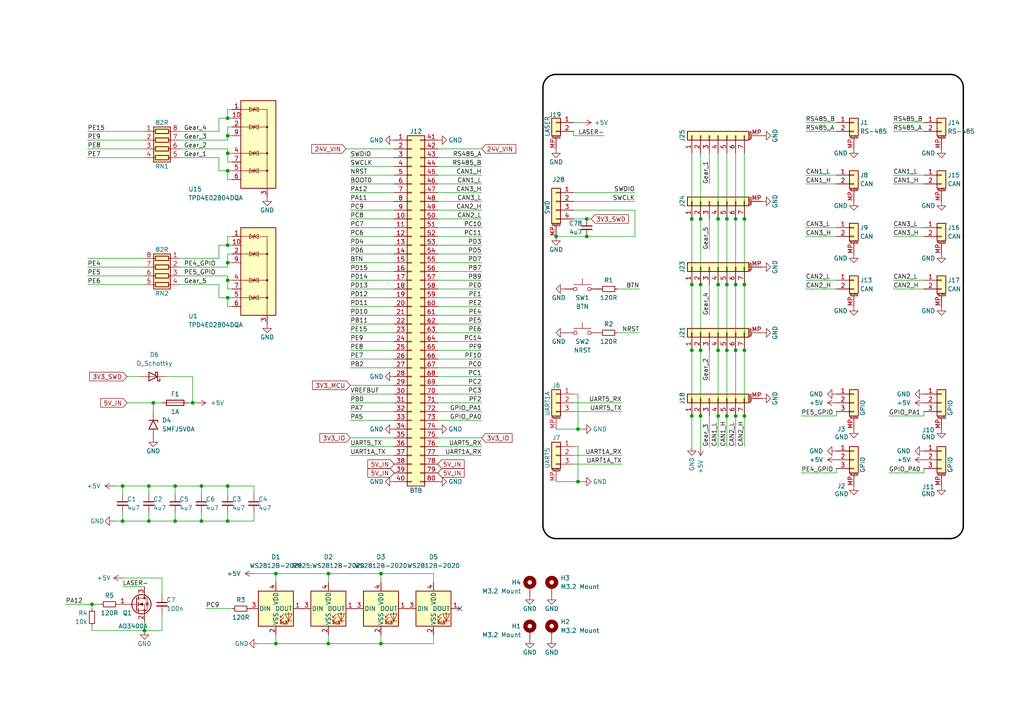
<source format=kicad_sch>
(kicad_sch (version 20231120) (generator "eeschema") (generator_version "8.0")
  (paper "A4")
  (junction (at 66.04 39.37))
  (junction (at 203.2 82.55))
  (junction (at 210.82 120.65))
  (junction (at 66.04 140.97))
  (junction (at 95.25 186.69))
  (junction (at 215.9 63.5))
  (junction (at 110.49 166.37))
  (junction (at 80.01 186.69))
  (junction (at 200.66 120.65))
  (junction (at 26.67 175.26))
  (junction (at 208.28 101.6))
  (junction (at 210.82 82.55))
  (junction (at 66.04 71.12))
  (junction (at 43.18 140.97))
  (junction (at 55.88 116.84))
  (junction (at 213.36 63.5))
  (junction (at 215.9 101.6))
  (junction (at 170.18 68.58))
  (junction (at 210.82 63.5))
  (junction (at 95.25 166.37))
  (junction (at 43.18 151.13))
  (junction (at 208.28 82.55))
  (junction (at 66.04 76.2))
  (junction (at 167.64 139.7))
  (junction (at 200.66 82.55))
  (junction (at 203.2 120.65))
  (junction (at 213.36 82.55))
  (junction (at 161.29 68.58))
  (junction (at 58.42 151.13))
  (junction (at 203.2 101.6))
  (junction (at 50.8 151.13))
  (junction (at 80.01 166.37))
  (junction (at 41.91 182.88))
  (junction (at 50.8 140.97))
  (junction (at 58.42 140.97))
  (junction (at 213.36 120.65))
  (junction (at 208.28 63.5))
  (junction (at 66.04 86.36))
  (junction (at 110.49 186.69))
  (junction (at 200.66 63.5))
  (junction (at 66.04 44.45))
  (junction (at 215.9 82.55))
  (junction (at 35.56 151.13))
  (junction (at 35.56 140.97))
  (junction (at 44.45 116.84))
  (junction (at 200.66 101.6))
  (junction (at 203.2 63.5))
  (junction (at 167.64 124.46))
  (junction (at 210.82 101.6))
  (junction (at 66.04 151.13))
  (junction (at 66.04 81.28))
  (junction (at 208.28 120.65))
  (junction (at 170.18 63.5))
  (junction (at 66.04 34.29))
  (junction (at 213.36 101.6))
  (junction (at 66.04 49.53))
  (junction (at 215.9 120.65))
  (no_connect (at 133.35 176.53))
  (wire (pts (xy 215.9 44.45) (xy 215.9 63.5)))
  (wire (pts (xy 203.2 120.65) (xy 203.2 101.6)))
  (wire (pts (xy 127 99.06) (xy 139.7 99.06)))
  (wire (pts (xy 139.7 50.8) (xy 127 50.8)))
  (wire (pts (xy 127 93.98) (xy 139.7 93.98)))
  (wire (pts (xy 101.6 114.3) (xy 114.3 114.3)))
  (wire (pts (xy 167.64 124.46) (xy 167.64 114.3)))
  (wire (pts (xy 66.04 34.29) (xy 67.31 34.29)))
  (wire (pts (xy 259.08 50.8) (xy 267.97 50.8)))
  (wire (pts (xy 259.08 66.04) (xy 267.97 66.04)))
  (wire (pts (xy 259.08 81.28) (xy 267.97 81.28)))
  (wire (pts (xy 25.4 45.72) (xy 41.91 45.72)))
  (wire (pts (xy 205.74 110.49) (xy 205.74 101.6)))
  (wire (pts (xy 66.04 77.47) (xy 66.04 76.2)))
  (wire (pts (xy 210.82 101.6) (xy 210.82 82.55)))
  (wire (pts (xy 25.4 80.01) (xy 41.91 80.01)))
  (wire (pts (xy 233.68 38.1) (xy 242.57 38.1)))
  (wire (pts (xy 205.74 91.44) (xy 205.74 82.55)))
  (wire (pts (xy 66.04 76.2) (xy 67.31 76.2)))
  (wire (pts (xy 175.26 39.37) (xy 166.37 39.37)))
  (wire (pts (xy 101.6 132.08) (xy 114.3 132.08)))
  (wire (pts (xy 171.45 63.5) (xy 170.18 63.5)))
  (wire (pts (xy 66.04 81.28) (xy 66.04 83.82)))
  (wire (pts (xy 101.6 111.76) (xy 114.3 111.76)))
  (wire (pts (xy 110.49 166.37) (xy 110.49 168.91)))
  (wire (pts (xy 139.7 58.42) (xy 127 58.42)))
  (wire (pts (xy 74.93 186.69) (xy 80.01 186.69)))
  (wire (pts (xy 66.04 140.97) (xy 73.66 140.97)))
  (wire (pts (xy 259.08 38.1) (xy 267.97 38.1)))
  (wire (pts (xy 101.6 101.6) (xy 114.3 101.6)))
  (wire (pts (xy 139.7 43.18) (xy 127 43.18)))
  (wire (pts (xy 36.83 109.22) (xy 40.64 109.22)))
  (wire (pts (xy 203.2 82.55) (xy 203.2 63.5)))
  (wire (pts (xy 139.7 76.2) (xy 127 76.2)))
  (wire (pts (xy 203.2 129.54) (xy 203.2 120.65)))
  (wire (pts (xy 26.67 175.26) (xy 26.67 176.53)))
  (wire (pts (xy 168.91 124.46) (xy 167.64 124.46)))
  (wire (pts (xy 25.4 77.47) (xy 41.91 77.47)))
  (wire (pts (xy 66.04 39.37) (xy 67.31 39.37)))
  (wire (pts (xy 213.36 44.45) (xy 213.36 63.5)))
  (wire (pts (xy 259.08 53.34) (xy 267.97 53.34)))
  (wire (pts (xy 215.9 120.65) (xy 215.9 101.6)))
  (wire (pts (xy 127 109.22) (xy 139.7 109.22)))
  (wire (pts (xy 210.82 120.65) (xy 210.82 101.6)))
  (wire (pts (xy 101.6 63.5) (xy 114.3 63.5)))
  (wire (pts (xy 50.8 148.59) (xy 50.8 151.13)))
  (wire (pts (xy 215.9 129.54) (xy 215.9 120.65)))
  (wire (pts (xy 127 83.82) (xy 139.7 83.82)))
  (wire (pts (xy 114.3 127) (xy 101.6 127)))
  (wire (pts (xy 52.07 80.01) (xy 66.04 80.01)))
  (wire (pts (xy 66.04 140.97) (xy 66.04 143.51)))
  (wire (pts (xy 205.74 129.54) (xy 205.74 120.65)))
  (wire (pts (xy 114.3 48.26) (xy 101.6 48.26)))
  (wire (pts (xy 208.28 101.6) (xy 208.28 82.55)))
  (wire (pts (xy 25.4 43.18) (xy 41.91 43.18)))
  (wire (pts (xy 58.42 140.97) (xy 66.04 140.97)))
  (wire (pts (xy 259.08 35.56) (xy 267.97 35.56)))
  (wire (pts (xy 101.6 60.96) (xy 114.3 60.96)))
  (wire (pts (xy 167.64 139.7) (xy 161.29 139.7)))
  (wire (pts (xy 52.07 82.55) (xy 63.5 82.55)))
  (wire (pts (xy 58.42 148.59) (xy 58.42 151.13)))
  (wire (pts (xy 52.07 38.1) (xy 63.5 38.1)))
  (wire (pts (xy 259.08 68.58) (xy 267.97 68.58)))
  (wire (pts (xy 168.91 35.56) (xy 166.37 35.56)))
  (wire (pts (xy 139.7 60.96) (xy 127 60.96)))
  (wire (pts (xy 101.6 55.88) (xy 114.3 55.88)))
  (wire (pts (xy 101.6 66.04) (xy 114.3 66.04)))
  (wire (pts (xy 200.66 44.45) (xy 200.66 63.5)))
  (wire (pts (xy 73.66 140.97) (xy 73.66 143.51)))
  (wire (pts (xy 127 101.6) (xy 139.7 101.6)))
  (wire (pts (xy 44.45 116.84) (xy 36.83 116.84)))
  (wire (pts (xy 35.56 140.97) (xy 35.56 143.51)))
  (wire (pts (xy 63.5 71.12) (xy 66.04 71.12)))
  (wire (pts (xy 180.34 119.38) (xy 166.37 119.38)))
  (wire (pts (xy 166.37 39.37) (xy 166.37 38.1)))
  (wire (pts (xy 139.7 68.58) (xy 127 68.58)))
  (wire (pts (xy 127 96.52) (xy 139.7 96.52)))
  (wire (pts (xy 95.25 166.37) (xy 95.25 168.91)))
  (wire (pts (xy 101.6 116.84) (xy 114.3 116.84)))
  (polyline (pts (xy 279.4 25.4) (xy 279.4 152.4)) (stroke (width 0.4) (color 0 0 0 1)))
  (wire (pts (xy 46.99 167.64) (xy 46.99 172.72)))
  (wire (pts (xy 66.04 68.58) (xy 66.04 71.12)))
  (wire (pts (xy 167.64 124.46) (xy 161.29 124.46)))
  (wire (pts (xy 185.42 83.82) (xy 179.07 83.82)))
  (wire (pts (xy 43.18 140.97) (xy 43.18 143.51)))
  (wire (pts (xy 100.33 43.18) (xy 114.3 43.18)))
  (wire (pts (xy 168.91 139.7) (xy 167.64 139.7)))
  (wire (pts (xy 41.91 170.18) (xy 35.56 170.18)))
  (wire (pts (xy 63.5 34.29) (xy 66.04 34.29)))
  (wire (pts (xy 66.04 52.07) (xy 67.31 52.07)))
  (wire (pts (xy 200.66 101.6) (xy 200.66 82.55)))
  (wire (pts (xy 35.56 151.13) (xy 43.18 151.13)))
  (wire (pts (xy 127 81.28) (xy 139.7 81.28)))
  (wire (pts (xy 114.3 45.72) (xy 101.6 45.72)))
  (wire (pts (xy 127 121.92) (xy 139.7 121.92)))
  (wire (pts (xy 127 119.38) (xy 139.7 119.38)))
  (wire (pts (xy 139.7 66.04) (xy 127 66.04)))
  (wire (pts (xy 26.67 182.88) (xy 41.91 182.88)))
  (wire (pts (xy 52.07 45.72) (xy 63.5 45.72)))
  (wire (pts (xy 200.66 120.65) (xy 200.66 101.6)))
  (wire (pts (xy 66.04 36.83) (xy 66.04 39.37)))
  (wire (pts (xy 259.08 83.82) (xy 267.97 83.82)))
  (wire (pts (xy 257.81 137.16) (xy 267.97 137.16)))
  (wire (pts (xy 66.04 43.18) (xy 66.04 44.45)))
  (wire (pts (xy 25.4 40.64) (xy 41.91 40.64)))
  (wire (pts (xy 233.68 35.56) (xy 242.57 35.56)))
  (wire (pts (xy 50.8 140.97) (xy 58.42 140.97)))
  (wire (pts (xy 44.45 116.84) (xy 44.45 119.38)))
  (wire (pts (xy 213.36 120.65) (xy 213.36 101.6)))
  (wire (pts (xy 58.42 140.97) (xy 58.42 143.51)))
  (wire (pts (xy 257.81 120.65) (xy 267.97 120.65)))
  (wire (pts (xy 66.04 86.36) (xy 66.04 88.9)))
  (wire (pts (xy 242.57 120.65) (xy 242.57 119.38)))
  (wire (pts (xy 25.4 74.93) (xy 41.91 74.93)))
  (wire (pts (xy 267.97 137.16) (xy 267.97 135.89)))
  (wire (pts (xy 41.91 180.34) (xy 41.91 182.88)))
  (polyline (pts (xy 161.29 21.59) (xy 275.59 21.59)) (stroke (width 0.4) (color 0 0 0 1)))
  (wire (pts (xy 208.28 82.55) (xy 208.28 63.5)))
  (wire (pts (xy 205.74 72.39) (xy 205.74 63.5)))
  (wire (pts (xy 67.31 36.83) (xy 66.04 36.83)))
  (wire (pts (xy 210.82 82.55) (xy 210.82 63.5)))
  (wire (pts (xy 101.6 88.9) (xy 114.3 88.9)))
  (wire (pts (xy 66.04 83.82) (xy 67.31 83.82)))
  (wire (pts (xy 184.15 58.42) (xy 166.37 58.42)))
  (wire (pts (xy 67.31 68.58) (xy 66.04 68.58)))
  (wire (pts (xy 233.68 68.58) (xy 242.57 68.58)))
  (wire (pts (xy 110.49 184.15) (xy 110.49 186.69)))
  (wire (pts (xy 233.68 66.04) (xy 242.57 66.04)))
  (wire (pts (xy 139.7 48.26) (xy 127 48.26)))
  (wire (pts (xy 139.7 45.72) (xy 127 45.72)))
  (wire (pts (xy 95.25 184.15) (xy 95.25 186.69)))
  (polyline (pts (xy 157.48 25.4) (xy 157.48 152.4)) (stroke (width 0.4) (color 0 0 0 1)))
  (wire (pts (xy 41.91 182.88) (xy 46.99 182.88)))
  (wire (pts (xy 242.57 137.16) (xy 242.57 135.89)))
  (wire (pts (xy 59.69 176.53) (xy 67.31 176.53)))
  (wire (pts (xy 63.5 86.36) (xy 66.04 86.36)))
  (wire (pts (xy 43.18 140.97) (xy 50.8 140.97)))
  (wire (pts (xy 127 104.14) (xy 139.7 104.14)))
  (wire (pts (xy 139.7 129.54) (xy 127 129.54)))
  (wire (pts (xy 139.7 127) (xy 127 127)))
  (wire (pts (xy 139.7 53.34) (xy 127 53.34)))
  (wire (pts (xy 26.67 181.61) (xy 26.67 182.88)))
  (wire (pts (xy 127 114.3) (xy 139.7 114.3)))
  (wire (pts (xy 139.7 63.5) (xy 127 63.5)))
  (wire (pts (xy 52.07 40.64) (xy 66.04 40.64)))
  (wire (pts (xy 215.9 82.55) (xy 215.9 63.5)))
  (wire (pts (xy 208.28 120.65) (xy 208.28 101.6)))
  (wire (pts (xy 125.73 166.37) (xy 125.73 168.91)))
  (wire (pts (xy 205.74 53.34) (xy 205.74 44.45)))
  (wire (pts (xy 66.04 148.59) (xy 66.04 151.13)))
  (wire (pts (xy 125.73 186.69) (xy 125.73 184.15)))
  (wire (pts (xy 101.6 83.82) (xy 114.3 83.82)))
  (wire (pts (xy 80.01 166.37) (xy 80.01 168.91)))
  (wire (pts (xy 101.6 50.8) (xy 114.3 50.8)))
  (wire (pts (xy 167.64 139.7) (xy 167.64 129.54)))
  (wire (pts (xy 170.18 63.5) (xy 166.37 63.5)))
  (wire (pts (xy 67.31 31.75) (xy 66.04 31.75)))
  (wire (pts (xy 185.42 96.52) (xy 179.07 96.52)))
  (wire (pts (xy 48.26 109.22) (xy 55.88 109.22)))
  (wire (pts (xy 63.5 45.72) (xy 63.5 49.53)))
  (wire (pts (xy 213.36 82.55) (xy 213.36 63.5)))
  (wire (pts (xy 127 88.9) (xy 139.7 88.9)))
  (wire (pts (xy 46.99 177.8) (xy 46.99 182.88)))
  (wire (pts (xy 215.9 101.6) (xy 215.9 82.55)))
  (wire (pts (xy 101.6 53.34) (xy 114.3 53.34)))
  (wire (pts (xy 127 132.08) (xy 139.7 132.08)))
  (wire (pts (xy 80.01 166.37) (xy 95.25 166.37)))
  (wire (pts (xy 208.28 44.45) (xy 208.28 63.5)))
  (wire (pts (xy 101.6 106.68) (xy 114.3 106.68)))
  (wire (pts (xy 67.31 44.45) (xy 66.04 44.45)))
  (wire (pts (xy 200.66 82.55) (xy 200.66 63.5)))
  (wire (pts (xy 101.6 71.12) (xy 114.3 71.12)))
  (wire (pts (xy 110.49 166.37) (xy 125.73 166.37)))
  (wire (pts (xy 210.82 44.45) (xy 210.82 63.5)))
  (wire (pts (xy 33.02 140.97) (xy 35.56 140.97)))
  (wire (pts (xy 267.97 120.65) (xy 267.97 119.38)))
  (wire (pts (xy 52.07 74.93) (xy 63.5 74.93)))
  (wire (pts (xy 110.49 186.69) (xy 125.73 186.69)))
  (wire (pts (xy 95.25 166.37) (xy 110.49 166.37)))
  (wire (pts (xy 35.56 167.64) (xy 46.99 167.64)))
  (wire (pts (xy 180.34 116.84) (xy 166.37 116.84)))
  (wire (pts (xy 66.04 80.01) (xy 66.04 81.28)))
  (wire (pts (xy 52.07 43.18) (xy 66.04 43.18)))
  (wire (pts (xy 63.5 82.55) (xy 63.5 86.36)))
  (wire (pts (xy 170.18 68.58) (xy 161.29 68.58)))
  (wire (pts (xy 203.2 101.6) (xy 203.2 82.55)))
  (wire (pts (xy 101.6 91.44) (xy 114.3 91.44)))
  (wire (pts (xy 127 116.84) (xy 139.7 116.84)))
  (wire (pts (xy 33.02 151.13) (xy 35.56 151.13)))
  (wire (pts (xy 63.5 49.53) (xy 66.04 49.53)))
  (wire (pts (xy 213.36 101.6) (xy 213.36 82.55)))
  (wire (pts (xy 55.88 116.84) (xy 54.61 116.84)))
  (wire (pts (xy 66.04 40.64) (xy 66.04 39.37)))
  (wire (pts (xy 101.6 119.38) (xy 114.3 119.38)))
  (wire (pts (xy 127 91.44) (xy 139.7 91.44)))
  (wire (pts (xy 232.41 120.65) (xy 242.57 120.65)))
  (wire (pts (xy 66.04 31.75) (xy 66.04 34.29)))
  (wire (pts (xy 233.68 83.82) (xy 242.57 83.82)))
  (wire (pts (xy 66.04 46.99) (xy 67.31 46.99)))
  (wire (pts (xy 139.7 55.88) (xy 127 55.88)))
  (wire (pts (xy 67.31 81.28) (xy 66.04 81.28)))
  (wire (pts (xy 167.64 114.3) (xy 166.37 114.3)))
  (wire (pts (xy 233.68 50.8) (xy 242.57 50.8)))
  (wire (pts (xy 101.6 76.2) (xy 114.3 76.2)))
  (wire (pts (xy 127 86.36) (xy 139.7 86.36)))
  (polyline (pts (xy 161.29 156.21) (xy 275.59 156.21)) (stroke (width 0.4) (color 0 0 0 1)))
  (wire (pts (xy 25.4 82.55) (xy 41.91 82.55)))
  (wire (pts (xy 19.05 175.26) (xy 26.67 175.26)))
  (wire (pts (xy 66.04 44.45) (xy 66.04 46.99)))
  (wire (pts (xy 101.6 58.42) (xy 114.3 58.42)))
  (wire (pts (xy 184.15 68.58) (xy 170.18 68.58)))
  (wire (pts (xy 200.66 129.54) (xy 200.66 120.65)))
  (wire (pts (xy 166.37 60.96) (xy 184.15 60.96)))
  (wire (pts (xy 66.04 49.53) (xy 66.04 52.07)))
  (wire (pts (xy 180.34 134.62) (xy 166.37 134.62)))
  (wire (pts (xy 233.68 81.28) (xy 242.57 81.28)))
  (wire (pts (xy 101.6 78.74) (xy 114.3 78.74)))
  (wire (pts (xy 80.01 186.69) (xy 95.25 186.69)))
  (wire (pts (xy 63.5 74.93) (xy 63.5 71.12)))
  (wire (pts (xy 213.36 129.54) (xy 213.36 120.65)))
  (wire (pts (xy 66.04 73.66) (xy 66.04 76.2)))
  (wire (pts (xy 67.31 49.53) (xy 66.04 49.53)))
  (wire (pts (xy 167.64 129.54) (xy 166.37 129.54)))
  (wire (pts (xy 58.42 151.13) (xy 66.04 151.13)))
  (wire (pts (xy 43.18 148.59) (xy 43.18 151.13)))
  (wire (pts (xy 101.6 93.98) (xy 114.3 93.98)))
  (wire (pts (xy 233.68 53.34) (xy 242.57 53.34)))
  (wire (pts (xy 184.15 55.88) (xy 166.37 55.88)))
  (wire (pts (xy 127 111.76) (xy 139.7 111.76)))
  (wire (pts (xy 208.28 129.54) (xy 208.28 120.65)))
  (wire (pts (xy 25.4 38.1) (xy 41.91 38.1)))
  (wire (pts (xy 67.31 73.66) (xy 66.04 73.66)))
  (wire (pts (xy 127 106.68) (xy 139.7 106.68)))
  (wire (pts (xy 50.8 140.97) (xy 50.8 143.51)))
  (wire (pts (xy 101.6 81.28) (xy 114.3 81.28)))
  (wire (pts (xy 210.82 129.54) (xy 210.82 120.65)))
  (wire (pts (xy 66.04 88.9) (xy 67.31 88.9)))
  (wire (pts (xy 114.3 129.54) (xy 101.6 129.54)))
  (wire (pts (xy 66.04 151.13) (xy 73.66 151.13)))
  (wire (pts (xy 80.01 184.15) (xy 80.01 186.69)))
  (wire (pts (xy 180.34 132.08) (xy 166.37 132.08)))
  (wire (pts (xy 101.6 73.66) (xy 114.3 73.66)))
  (wire (pts (xy 66.04 71.12) (xy 67.31 71.12)))
  (wire (pts (xy 101.6 104.14) (xy 114.3 104.14)))
  (wire (pts (xy 35.56 148.59) (xy 35.56 151.13)))
  (wire (pts (xy 55.88 109.22) (xy 55.88 116.84)))
  (wire (pts (xy 101.6 96.52) (xy 114.3 96.52)))
  (wire (pts (xy 46.99 116.84) (xy 44.45 116.84)))
  (wire (pts (xy 43.18 151.13) (xy 50.8 151.13)))
  (wire (pts (xy 57.15 116.84) (xy 55.88 116.84)))
  (wire (pts (xy 232.41 137.16) (xy 242.57 137.16)))
  (wire (pts (xy 101.6 86.36) (xy 114.3 86.36)))
  (wire (pts (xy 63.5 38.1) (xy 63.5 34.29)))
  (wire (pts (xy 95.25 186.69) (xy 110.49 186.69)))
  (wire (pts (xy 67.31 86.36) (xy 66.04 86.36)))
  (wire (pts (xy 139.7 71.12) (xy 127 71.12)))
  (wire (pts (xy 73.66 166.37) (xy 80.01 166.37)))
  (wire (pts (xy 139.7 73.66) (xy 127 73.66)))
  (wire (pts (xy 184.15 60.96) (xy 184.15 68.58)))
  (wire (pts (xy 35.56 140.97) (xy 43.18 140.97)))
  (wire (pts (xy 101.6 99.06) (xy 114.3 99.06)))
  (wire (pts (xy 26.67 175.26) (xy 29.21 175.26)))
  (wire (pts (xy 73.66 148.59) (xy 73.66 151.13)))
  (wire (pts (xy 101.6 68.58) (xy 114.3 68.58)))
  (wire (pts (xy 203.2 44.45) (xy 203.2 63.5)))
  (wire (pts (xy 127 78.74) (xy 139.7 78.74)))
  (wire (pts (xy 50.8 151.13) (xy 58.42 151.13)))
  (wire (pts (xy 52.07 77.47) (xy 66.04 77.47)))
  (wire (pts (xy 101.6 121.92) (xy 114.3 121.92)))
  (arc (start 275.6 21.58) (mid 278.2912 22.6988) (end 279.41 25.39) (stroke (width 0.4) (color 0 0 0 1)))
  (arc (start 279.41 152.41) (mid 278.2912 155.1012) (end 275.6 156.22) (stroke (width 0.4) (color 0 0 0 1)))
  (arc (start 157.47 25.39) (mid 158.5888 22.6988) (end 161.28 21.58) (stroke (width 0.4) (color 0 0 0 1)))
  (arc (start 161.29 156.21) (mid 158.5988 155.0912) (end 157.48 152.4) (stroke (width 0.4) (color 0 0 0 1)))
  (label "LASER-" (at 175.26 39.37 180))
  (label "PE15" (at 101.6 96.52 0))
  (label "PE5" (at 139.7 93.98 180))
  (label "PA5" (at 101.6 121.92 0))
  (label "PE7" (at 25.4 45.72 0))
  (label "VREFBUF" (at 101.6 114.3 0))
  (label "CAN2_H" (at 215.9 129.54 90))
  (label "CAN2_H" (at 139.7 60.96 180))
  (label "PB0" (at 101.6 116.84 0))
  (label "NRST" (at 101.6 50.8 0))
  (label "PC2" (at 139.7 111.76 180))
  (label "PC9" (at 59.69 176.53 0))
  (label "PE5" (at 25.4 80.01 0))
  (label "PE5_GPIO" (at 232.41 120.65 0))
  (label "Gear_4" (at 205.74 91.44 90))
  (label "PE7" (at 101.6 104.14 0))
  (label "PA12" (at 101.6 55.88 0))
  (label "CAN1_L" (at 233.68 50.8 0))
  (label "Gear_2" (at 205.74 110.49 90))
  (label "LASER-" (at 35.56 170.18 0))
  (label "SWDIO" (at 184.15 55.88 180))
  (label "CAN1_H" (at 139.7 50.8 180))
  (label "PE1" (at 139.7 86.36 180))
  (label "PE4" (at 25.4 77.47 0))
  (label "PE4_GPIO" (at 232.41 137.16 0))
  (label "PA11" (at 101.6 58.42 0))
  (label "CAN1_L" (at 139.7 53.34 180))
  (label "CAN2_H" (at 259.08 83.82 0))
  (label "PD7" (at 139.7 76.2 180))
  (label "PC6" (at 101.6 68.58 0))
  (label "PE2" (at 139.7 88.9 180))
  (label "RS485_A" (at 233.68 38.1 0))
  (label "PA7" (at 101.6 119.38 0))
  (label "PE15" (at 25.4 38.1 0))
  (label "PC0" (at 139.7 106.68 180))
  (label "PE8" (at 101.6 101.6 0))
  (label "Gear_5" (at 53.34 82.55 0))
  (label "BOOT0" (at 101.6 53.34 0))
  (label "UART1A_TX" (at 101.6 132.08 0))
  (label "CAN3_H" (at 139.7 55.88 180))
  (label "GPIO_PA0" (at 139.7 121.92 180))
  (label "UART1A_TX" (at 180.34 134.62 180))
  (label "UART5_TX" (at 180.34 119.38 180))
  (label "CAN1_H" (at 210.82 129.54 90))
  (label "BTN" (at 185.42 83.82 180))
  (label "PC3" (at 139.7 114.3 180))
  (label "PD15" (at 101.6 78.74 0))
  (label "PF10" (at 139.7 104.14 180))
  (label "GPIO_PA0" (at 257.81 137.16 0))
  (label "PD5" (at 139.7 73.66 180))
  (label "PD13" (at 1200.15 129.54 0))
  (label "RS485_B" (at 139.7 48.26 180))
  (label "RS485_B" (at 233.68 35.56 0))
  (label "CAN1_H" (at 233.68 53.34 0))
  (label "CAN3_H" (at 233.68 68.58 0))
  (label "Gear_5" (at 205.74 72.39 90))
  (label "Gear_4" (at 53.34 38.1 0))
  (label "PE4_GPIO" (at 53.34 77.47 0))
  (label "PE4" (at 139.7 91.44 180))
  (label "CAN3_L" (at 139.7 58.42 180))
  (label "UART5_TX" (at 101.6 129.54 0))
  (label "UART5_RX" (at 180.34 116.84 180))
  (label "UART5_RX" (at 139.7 129.54 180))
  (label "PC8" (at 101.6 63.5 0))
  (label "CAN2_L" (at 213.36 129.54 90))
  (label "GPIO_PA1" (at 257.81 120.65 0))
  (label "CAN2_H" (at 233.68 83.82 0))
  (label "RS485_A" (at 139.7 45.72 180))
  (label "PB7" (at 139.7 78.74 180))
  (label "RS485_B" (at 259.08 35.56 0))
  (label "PD11" (at 101.6 88.9 0))
  (label "PD6" (at 101.6 73.66 0))
  (label "PB11" (at 101.6 93.98 0))
  (label "NRST" (at 185.42 96.52 180))
  (label "PC14" (at 139.7 99.06 180))
  (label "CAN1_H" (at 259.08 53.34 0))
  (label "PB9" (at 139.7 81.28 180))
  (label "PE6" (at 25.4 82.55 0))
  (label "PD10" (at 101.6 91.44 0))
  (label "CAN3_H" (at 259.08 68.58 0))
  (label "BTN" (at 101.6 76.2 0))
  (label "PC1" (at 139.7 109.22 180))
  (label "PD3" (at 139.7 71.12 180))
  (label "PE5_GPIO" (at 53.34 80.01 0))
  (label "CAN1_L" (at 208.28 129.54 90))
  (label "CAN2_L" (at 233.68 81.28 0))
  (label "Gear_3" (at 205.74 129.54 90))
  (label "PA12" (at 19.05 175.26 0))
  (label "Gear_1" (at 205.74 53.34 90))
  (label "PC7" (at 101.6 66.04 0))
  (label "PF9" (at 139.7 101.6 180))
  (label "PC9" (at 101.6 60.96 0))
  (label "CAN1_L" (at 259.08 50.8 0))
  (label "CAN3_L" (at 259.08 66.04 0))
  (label "PE8" (at 25.4 43.18 0))
  (label "GPIO_PA1" (at 139.7 119.38 180))
  (label "PD13" (at 101.6 83.82 0))
  (label "RS485_A" (at 259.08 38.1 0))
  (label "PE9" (at 25.4 40.64 0))
  (label "UART1A_RX" (at 139.7 132.08 180))
  (label "PC11" (at 139.7 68.58 180))
  (label "SWCLK" (at 184.15 58.42 180))
  (label "PD4" (at 101.6 71.12 0))
  (label "PD12" (at 101.6 86.36 0))
  (label "Gear_1" (at 53.34 45.72 0))
  (label "PE6" (at 139.7 96.52 180))
  (label "Gear_3" (at 53.34 40.64 0))
  (label "CAN2_L" (at 259.08 81.28 0))
  (label "PE9" (at 101.6 99.06 0))
  (label "Gear_2" (at 53.34 43.18 0))
  (label "SWCLK" (at 101.6 48.26 0))
  (label "CAN3_L" (at 233.68 66.04 0))
  (label "PF2" (at 139.7 116.84 180))
  (label "CAN2_L" (at 139.7 63.5 180))
  (label "SWDIO" (at 101.6 45.72 0))
  (label "PD14" (at 101.6 81.28 0))
  (label "UART1A_RX" (at 180.34 132.08 180))
  (label "PE0" (at 139.7 83.82 180))
  (label "PC10" (at 139.7 66.04 180))
  (label "PB2" (at 101.6 106.68 0))
  (global_label "3V3_SWD" (shape input) (at 36.83 109.22 180) (property "Intersheetrefs" "${INTERSHEET_REFS}" (effects (hide yes))))
  (global_label "3V3_IO" (shape input) (at 101.6 127 180) (property "Intersheetrefs" "${INTERSHEET_REFS}" (effects (hide yes))))
  (global_label "5V_IN" (shape input) (at 114.3 137.16 180) (property "Intersheetrefs" "${INTERSHEET_REFS}" (effects (hide yes))))
  (global_label "24V_VIN" (shape input) (at 139.7 43.18 0) (property "Intersheetrefs" "${INTERSHEET_REFS}" (effects (hide yes))))
  (global_label "3V3_MCU" (shape input) (at 101.6 111.76 180) (property "Intersheetrefs" "${INTERSHEET_REFS}" (effects (hide yes))))
  (global_label "3V3_SWD" (shape input) (at 171.45 63.5 0) (property "Intersheetrefs" "${INTERSHEET_REFS}" (effects (hide yes))))
  (global_label "5V_IN" (shape input) (at 127 137.16 0) (property "Intersheetrefs" "${INTERSHEET_REFS}" (effects (hide yes))))
  (global_label "3V3_IO" (shape input) (at 139.7 127 0) (property "Intersheetrefs" "${INTERSHEET_REFS}" (effects (hide yes))))
  (global_label "24V_VIN" (shape input) (at 100.33 43.18 180) (property "Intersheetrefs" "${INTERSHEET_REFS}" (effects (hide yes))))
  (global_label "5V_IN" (shape input) (at 36.83 116.84 180) (property "Intersheetrefs" "${INTERSHEET_REFS}" (effects (hide yes))))
  (global_label "5V_IN" (shape input) (at 114.3 134.62 180) (property "Intersheetrefs" "${INTERSHEET_REFS}" (effects (hide yes))))
  (global_label "5V_IN" (shape input) (at 127 134.62 0) (property "Intersheetrefs" "${INTERSHEET_REFS}" (effects (hide yes))))
  (symbol (lib_id "power:GND") (at 114.3 139.7 270) (unit 1)
    (property "Reference" "#PWR075" (effects (hide yes)))
    (property "Value" "GND" (at 109.22 139.7 90))
  )
  (symbol (lib_id "Device:C_Small") (at 35.56 146.05 0) (unit 1)
    (property "Reference" "C1" (at 36.83 144.78 0) (effects (justify left)))
    (property "Value" "4u7" (at 36.83 147.32 0) (effects (justify left)))
    (property "Footprint" "Capacitor_SMD:C_0603_1608Metric" (effects (hide yes)))
  )
  (symbol (lib_id "Device:C_Small") (at 43.18 146.05 0) (unit 1)
    (property "Reference" "C2" (at 44.45 144.78 0) (effects (justify left)))
    (property "Value" "4u7" (at 44.45 147.32 0) (effects (justify left)))
    (property "Footprint" "Capacitor_SMD:C_0603_1608Metric" (effects (hide yes)))
  )
  (symbol (lib_id "Connector_Generic_MountingPin:Conn_01x02_MountingPin") (at 247.65 50.8 0) (unit 1)
    (property "Reference" "J8" (at 249.428 50.8 0) (effects (justify left)))
    (property "Value" "CAN" (at 249.428 53.34 0) (effects (justify left)))
    (property "Footprint" "Connector_JST:JST_GH_BM02B-GHS-TBT_1x02-1MP_P1.25mm_Vertical" (effects (hide yes)))
  )
  (symbol (lib_id "power:GND") (at 242.57 114.3 270) (unit 1)
    (property "Reference" "#PWR029" (effects (hide yes)))
    (property "Value" "GND" (at 238.76 114.3 90) (effects (justify right)))
  )
  (symbol (lib_id "Mechanical:MountingHole_Pad") (at 153.67 170.18 0) (mirror y) (unit 1) (exclude_from_sim yes) (in_bom no)
    (property "Reference" "H4" (at 151.13 168.91 0) (effects (justify left)))
    (property "Value" "M3.2 Mount" (at 151.13 171.45 0) (effects (justify left)))
    (property "Footprint" "MountingHole:MountingHole_3.2mm_M3_DIN965_Pad" (effects (hide yes)))
    (property "Description" "Mounting Hole with connection" (effects (hide yes)))
  )
  (symbol (lib_id "Diode:SMAJ24A") (at 44.45 123.19 270) (unit 1)
    (property "Reference" "D4" (at 46.99 121.9199 90) (effects (justify left)))
    (property "Value" "SMFJ5V0A" (at 46.99 124.4599 90) (effects (justify left)))
    (property "Footprint" "Diode_SMD:D_SMF" (effects (hide yes)))
    (property "Datasheet" "https://www.littelfuse.com/media?resourcetype=datasheets&itemid=75e32973-b177-4ee3-a0ff-cedaf1abdb93&filename=smaj-datasheet" (effects (hide yes)))
    (property "Description" "400W unidirectional Transient Voltage Suppressor, 24.0Vr, SMA(DO-214AC)" (effects (hide yes)))
  )
  (symbol (lib_id "power:GND") (at 273.05 73.66 0) (unit 1)
    (property "Reference" "#PWR07" (effects (hide yes)))
    (property "Value" "GND" (at 269.24 74.93 0))
  )
  (symbol (lib_id "power:GND") (at 273.05 58.42 0) (unit 1)
    (property "Reference" "#PWR06" (effects (hide yes)))
    (property "Value" "GND" (at 269.24 59.69 0))
  )
  (symbol (lib_id "Device:R_Pack04") (at 46.99 43.18 270) (unit 1)
    (property "Reference" "RN1" (at 46.99 48.26 90))
    (property "Value" "82R" (at 46.99 35.56 90))
    (property "Footprint" "Resistor_SMD:R_Array_Concave_4x0603" (effects (hide yes)))
  )
  (symbol (lib_id "power:GND") (at 247.65 88.9 0) (unit 1)
    (property "Reference" "#PWR04" (effects (hide yes)))
    (property "Value" "GND" (at 243.84 90.17 0))
  )
  (symbol (lib_id "power:+5V") (at 73.66 166.37 90) (unit 1)
    (property "Reference" "#PWR015" (effects (hide yes)))
    (property "Value" "+5V" (at 69.85 166.37 90) (effects (justify left)))
  )
  (symbol (lib_id "LED:WS2812B-2020") (at 125.73 176.53 0) (unit 1)
    (property "Reference" "D5" (at 125.73 161.544 0))
    (property "Value" "WS2812B-2020" (at 125.73 164.084 0))
    (property "Footprint" "RM25:WS2812B-2020" (effects (hide yes)))
    (property "Datasheet" "https://cdn-shop.adafruit.com/product-files/4684/4684_WS2812B-2020_V1.3_EN.pdf" (effects (hide yes)))
    (property "Description" "RGB LED with integrated controller, 2.0 x 2.0 mm, 12 mA" (effects (hide yes)))
  )
  (symbol (lib_id "Connector_Generic_MountingPin:Conn_01x07_MountingPin") (at 208.28 77.47 90) (unit 1)
    (property "Reference" "J23" (at 197.866 79.248 0) (effects (justify left)))
    (property "Value" "Conn_01x07_MountingPin" (effects (hide yes)))
    (property "Footprint" "Connector_JST:JST_GH_BM07B-GHS-TBT_1x07-1MP_P1.25mm_Vertical" (effects (hide yes)))
    (property "Description" "Generic connectable mounting pin connector, single row, 01x07, script generated (kicad-library-utils/schlib/autogen/connector/)" (effects (hide yes)))
  )
  (symbol (lib_id "Mechanical:MountingHole_Pad") (at 160.02 182.88 0) (unit 1) (exclude_from_sim yes) (in_bom no)
    (property "Reference" "H2" (at 162.56 180.3399 0) (effects (justify left)))
    (property "Value" "M3.2 Mount" (at 162.56 182.8799 0) (effects (justify left)))
    (property "Footprint" "MountingHole:MountingHole_3.2mm_M3_DIN965_Pad" (effects (hide yes)))
    (property "Description" "Mounting Hole with connection" (effects (hide yes)))
  )
  (symbol (lib_id "Switch:SW_Push") (at 168.91 96.52 0) (mirror y) (unit 1)
    (property "Reference" "SW2" (at 168.91 99.06 0))
    (property "Value" "NRST" (at 168.91 101.6 0))
    (property "Footprint" "RM25:Button_PTS810" (effects (hide yes)))
  )
  (symbol (lib_id "power:GND") (at 127 139.7 90) (unit 1)
    (property "Reference" "#PWR079" (effects (hide yes)))
    (property "Value" "GND" (at 132.08 139.7 90))
  )
  (symbol (lib_id "power:+5V") (at 267.97 133.35 90) (unit 1)
    (property "Reference" "#PWR096" (effects (hide yes)))
    (property "Value" "+5V" (at 264.16 133.35 90) (effects (justify left)))
  )
  (symbol (lib_id "Connector_Generic_MountingPin:Conn_01x03_MountingPin") (at 247.65 116.84 0) (unit 1)
    (property "Reference" "J3" (at 242.824 124.46 0) (effects (justify left)))
    (property "Value" "GPIO" (at 250.19 120.65 90) (effects (justify left)))
    (property "Footprint" "Connector_JST:JST_GH_BM03B-GHS-TBT_1x03-1MP_P1.25mm_Vertical" (effects (hide yes)))
  )
  (symbol (lib_id "power:+5V") (at 168.91 35.56 270) (mirror x) (unit 1)
    (property "Reference" "#PWR036" (effects (hide yes)))
    (property "Value" "+5V" (at 172.339 35.56 90) (effects (justify left)))
  )
  (symbol (lib_id "Device:Fuse") (at 50.8 116.84 270) (mirror x) (unit 1)
    (property "Reference" "F1" (at 50.8 114.3 90))
    (property "Value" "1A" (at 50.8 119.38 90))
    (property "Footprint" "Fuse:Fuse_1206_3216Metric" (effects (hide yes)))
  )
  (symbol (lib_id "power:GND") (at 273.05 124.46 0) (unit 1)
    (property "Reference" "#PWR097" (effects (hide yes)))
    (property "Value" "GND" (at 269.24 126.746 0))
  )
  (symbol (lib_id "power:GND") (at 114.3 124.46 270) (unit 1)
    (property "Reference" "#PWR0102" (effects (hide yes)))
    (property "Value" "GND" (at 109.22 124.46 90))
  )
  (symbol (lib_id "power:GND") (at 153.67 172.72 0) (unit 1)
    (property "Reference" "#PWR0112" (effects (hide yes)))
    (property "Value" "GND" (at 153.67 176.53 0))
  )
  (symbol (lib_id "power:GND") (at 160.02 185.42 0) (unit 1)
    (property "Reference" "#PWR0111" (effects (hide yes)))
    (property "Value" "GND" (at 160.02 189.23 0))
  )
  (symbol (lib_id "power:GND") (at 220.98 115.57 90) (unit 1)
    (property "Reference" "#PWR020" (effects (hide yes)))
    (property "Value" "GND" (at 224.79 115.57 0))
  )
  (symbol (lib_id "power:GND") (at 247.65 58.42 0) (unit 1)
    (property "Reference" "#PWR02" (effects (hide yes)))
    (property "Value" "GND" (at 243.84 59.69 0))
  )
  (symbol (lib_id "power:GND") (at 273.05 43.18 0) (unit 1)
    (property "Reference" "#PWR05" (effects (hide yes)))
    (property "Value" "GND" (at 269.24 44.45 0))
  )
  (symbol (lib_id "power:GND") (at 168.91 124.46 90) (mirror x) (unit 1)
    (property "Reference" "#PWR047" (effects (hide yes)))
    (property "Value" "GND" (at 173.99 124.46 90))
  )
  (symbol (lib_id "power:GND") (at 220.98 39.37 90) (unit 1)
    (property "Reference" "#PWR024" (effects (hide yes)))
    (property "Value" "GND" (at 224.79 39.37 0))
  )
  (symbol (lib_id "Connector_Generic_MountingPin:Conn_01x03_MountingPin") (at 273.05 116.84 0) (unit 1)
    (property "Reference" "J10" (at 267.462 124.714 0) (effects (justify left)))
    (property "Value" "GPIO" (at 275.59 120.65 90) (effects (justify left)))
    (property "Footprint" "Connector_JST:JST_GH_BM03B-GHS-TBT_1x03-1MP_P1.25mm_Vertical" (effects (hide yes)))
  )
  (symbol (lib_id "Device:R_Small") (at 26.67 179.07 0) (mirror y) (unit 1)
    (property "Reference" "R4" (at 25.4 177.8 0) (effects (justify left)))
    (property "Value" "10k" (at 25.4 180.34 0) (effects (justify left)))
    (property "Footprint" "Resistor_SMD:R_0603_1608Metric" (effects (hide yes)))
  )
  (symbol (lib_id "Device:C_Small") (at 73.66 146.05 0) (unit 1)
    (property "Reference" "C4" (at 74.93 144.78 0) (effects (justify left)))
    (property "Value" "4u7" (at 74.93 147.32 0) (effects (justify left)))
    (property "Footprint" "Capacitor_SMD:C_0603_1608Metric" (effects (hide yes)))
  )
  (symbol (lib_id "power:+5V") (at 267.97 116.84 90) (unit 1)
    (property "Reference" "#PWR068" (effects (hide yes)))
    (property "Value" "+5V" (at 264.16 116.84 90) (effects (justify left)))
  )
  (symbol (lib_id "Connector_Generic_MountingPin:Conn_01x02_MountingPin") (at 161.29 35.56 0) (mirror y) (unit 1)
    (property "Reference" "J19" (at 162.814 33.274 0) (effects (justify left)))
    (property "Value" "LASER" (at 158.75 39.624 90) (effects (justify left)))
    (property "Footprint" "Connector_Molex:Molex_PicoBlade_53261-0271_1x02-1MP_P1.25mm_Horizontal" (effects (hide yes)))
  )
  (symbol (lib_id "Connector_Generic_MountingPin:Conn_01x02_MountingPin") (at 273.05 66.04 0) (unit 1)
    (property "Reference" "J16" (at 274.828 66.04 0) (effects (justify left)))
    (property "Value" "CAN" (at 274.828 68.58 0) (effects (justify left)))
    (property "Footprint" "Connector_JST:JST_GH_BM02B-GHS-TBT_1x02-1MP_P1.25mm_Vertical" (effects (hide yes)))
  )
  (symbol (lib_id "LED:WS2812B-2020") (at 95.25 176.53 0) (unit 1)
    (property "Reference" "D2" (at 95.25 161.544 0))
    (property "Value" "RM25:WS2812B-2020" (at 95.25 164.084 0))
    (property "Footprint" "RM25:WS2812B-2020" (effects (hide yes)))
    (property "Datasheet" "https://cdn-shop.adafruit.com/product-files/4684/4684_WS2812B-2020_V1.3_EN.pdf" (effects (hide yes)))
    (property "Description" "RGB LED with integrated controller, 2.0 x 2.0 mm, 12 mA" (effects (hide yes)))
  )
  (symbol (lib_id "LED:WS2812B-2020") (at 110.49 176.53 0) (unit 1)
    (property "Reference" "D3" (at 110.49 161.544 0))
    (property "Value" "WS2812B-2020" (at 110.49 164.084 0))
    (property "Footprint" "RM25:WS2812B-2020" (effects (hide yes)))
    (property "Datasheet" "https://cdn-shop.adafruit.com/product-files/4684/4684_WS2812B-2020_V1.3_EN.pdf" (effects (hide yes)))
    (property "Description" "RGB LED with integrated controller, 2.0 x 2.0 mm, 12 mA" (effects (hide yes)))
  )
  (symbol (lib_id "power:GND") (at 220.98 58.42 90) (unit 1)
    (property "Reference" "#PWR023" (effects (hide yes)))
    (property "Value" "GND" (at 224.79 58.42 0))
  )
  (symbol (lib_id "power:GND") (at 161.29 43.18 0) (mirror y) (unit 1)
    (property "Reference" "#PWR037" (effects (hide yes)))
    (property "Value" "GND" (at 161.29 46.99 0))
  )
  (symbol (lib_id "Device:C_Small") (at 46.99 175.26 0) (unit 1)
    (property "Reference" "C7" (at 48.26 173.99 0) (effects (justify left)))
    (property "Value" "100n" (at 48.26 176.53 0) (effects (justify left)))
    (property "Footprint" "Capacitor_SMD:C_0603_1608Metric" (effects (hide yes)))
  )
  (symbol (lib_id "power:GND") (at 267.97 130.81 270) (unit 1)
    (property "Reference" "#PWR069" (effects (hide yes)))
    (property "Value" "GND" (at 264.16 130.81 90) (effects (justify right)))
  )
  (symbol (lib_id "power:GND") (at 242.57 130.81 270) (unit 1)
    (property "Reference" "#PWR027" (effects (hide yes)))
    (property "Value" "GND" (at 238.76 130.81 90) (effects (justify right)))
  )
  (symbol (lib_id "Device:C_Small") (at 50.8 146.05 0) (unit 1)
    (property "Reference" "C5" (at 52.07 144.78 0) (effects (justify left)))
    (property "Value" "4u7" (at 52.07 147.32 0) (effects (justify left)))
    (property "Footprint" "Capacitor_SMD:C_0603_1608Metric" (effects (hide yes)))
  )
  (symbol (lib_id "power:GND") (at 220.98 96.52 90) (unit 1)
    (property "Reference" "#PWR021" (effects (hide yes)))
    (property "Value" "GND" (at 224.79 96.52 0))
  )
  (symbol (lib_id "Connector_Generic_MountingPin:Conn_01x03_MountingPin") (at 161.29 116.84 0) (mirror y) (unit 1)
    (property "Reference" "J6" (at 162.56 111.76 0) (effects (justify left)))
    (property "Value" "UART1A" (at 158.75 120.65 90) (effects (justify left)))
    (property "Footprint" "Connector_JST:JST_GH_BM03B-GHS-TBT_1x03-1MP_P1.25mm_Vertical" (effects (hide yes)))
  )
  (symbol (lib_id "Connector_Generic_MountingPin:Conn_01x02_MountingPin") (at 273.05 50.8 0) (unit 1)
    (property "Reference" "J15" (at 274.828 50.8 0) (effects (justify left)))
    (property "Value" "CAN" (at 274.828 53.34 0) (effects (justify left)))
    (property "Footprint" "Connector_JST:JST_GH_BM02B-GHS-TBT_1x02-1MP_P1.25mm_Vertical" (effects (hide yes)))
  )
  (symbol (lib_id "Power_Protection:TPD4E02B04DQA") (at 74.93 78.74 0) (unit 1)
    (property "Reference" "U1" (at 54.61 91.694 0) (effects (justify left)))
    (property "Value" "TPD4E02B04DQA" (at 54.61 94.234 0) (effects (justify left)))
    (property "Footprint" "AEX7 Others:USON-10_2.5x1.0mm_P0.5mm_Mod" (effects (hide yes)))
    (property "Datasheet" "http://www.ti.com/lit/ds/symlink/tpd4e02b04.pdf" (effects (hide yes)))
    (property "Description" "4-Channel ESD Protection Diode for USB Type-C and HDMI 2.0, USON-10" (effects (hide yes)))
  )
  (symbol (lib_id "power:GND") (at 77.47 93.98 0) (unit 1)
    (property "Reference" "#PWR033" (effects (hide yes)))
    (property "Value" "GND" (at 77.47 97.79 0))
  )
  (symbol (lib_id "Connector_Generic_MountingPin:Conn_01x03_MountingPin") (at 161.29 132.08 0) (mirror y) (unit 1)
    (property "Reference" "J7" (at 162.56 127 0) (effects (justify left)))
    (property "Value" "UART5" (at 158.75 135.89 90) (effects (justify left)))
    (property "Footprint" "Connector_JST:JST_GH_BM03B-GHS-TBT_1x03-1MP_P1.25mm_Vertical" (effects (hide yes)))
  )
  (symbol (lib_id "Connector_Generic_MountingPin:Conn_01x02_MountingPin") (at 273.05 35.56 0) (unit 1)
    (property "Reference" "J14" (at 274.828 35.56 0) (effects (justify left)))
    (property "Value" "RS-485" (at 274.828 38.1 0) (effects (justify left)))
    (property "Footprint" "Connector_JST:JST_GH_BM02B-GHS-TBT_1x02-1MP_P1.25mm_Vertical" (effects (hide yes)))
  )
  (symbol (lib_id "Connector_Generic_MountingPin:Conn_01x03_MountingPin") (at 273.05 133.35 0) (unit 1)
    (property "Reference" "J11" (at 267.462 141.224 0) (effects (justify left)))
    (property "Value" "GPIO" (at 275.59 137.16 90) (effects (justify left)))
    (property "Footprint" "Connector_JST:JST_GH_BM03B-GHS-TBT_1x03-1MP_P1.25mm_Vertical" (effects (hide yes)))
  )
  (symbol (lib_id "Connector_Generic_MountingPin:Conn_01x07_MountingPin") (at 208.28 58.42 90) (unit 1)
    (property "Reference" "J24" (at 197.866 60.198 0) (effects (justify left)))
    (property "Value" "Conn_01x07_MountingPin" (effects (hide yes)))
    (property "Footprint" "Connector_JST:JST_GH_BM07B-GHS-TBT_1x07-1MP_P1.25mm_Vertical" (effects (hide yes)))
    (property "Description" "Generic connectable mounting pin connector, single row, 01x07, script generated (kicad-library-utils/schlib/autogen/connector/)" (effects (hide yes)))
  )
  (symbol (lib_id "Connector_Generic_MountingPin:Conn_01x03_MountingPin") (at 247.65 133.35 0) (unit 1)
    (property "Reference" "J2" (at 242.824 140.97 0) (effects (justify left)))
    (property "Value" "GPIO" (at 250.19 137.16 90) (effects (justify left)))
    (property "Footprint" "Connector_JST:JST_GH_BM03B-GHS-TBT_1x03-1MP_P1.25mm_Vertical" (effects (hide yes)))
  )
  (symbol (lib_id "Transistor_FET:AO3400A") (at 39.37 175.26 0) (unit 1)
    (property "Reference" "Q1" (at 35.56 177.8 0) (effects (justify left)))
    (property "Value" "AO3400A" (at 34.29 181.61 0) (effects (justify left)))
    (property "Footprint" "Package_TO_SOT_SMD:SOT-23" (effects (hide yes)))
    (property "Datasheet" "http://www.aosmd.com/pdfs/datasheet/AO3400A.pdf" (effects (hide yes)))
  )
  (symbol (lib_id "LED:WS2812B-2020") (at 80.01 176.53 0) (unit 1)
    (property "Reference" "D1" (at 80.01 161.544 0))
    (property "Value" "WS2812B-2020" (at 80.01 164.084 0))
    (property "Footprint" "RM25:WS2812B-2020" (effects (hide yes)))
    (property "Datasheet" "https://cdn-shop.adafruit.com/product-files/4684/4684_WS2812B-2020_V1.3_EN.pdf" (effects (hide yes)))
    (property "Description" "RGB LED with integrated controller, 2.0 x 2.0 mm, 12 mA" (effects (hide yes)))
  )
  (symbol (lib_id "power:GND") (at 114.3 40.64 270) (unit 1)
    (property "Reference" "#PWR051" (effects (hide yes)))
    (property "Value" "GND" (at 109.22 40.64 90))
  )
  (symbol (lib_id "power:GND") (at 161.29 68.58 0) (mirror y) (unit 1)
    (property "Reference" "#PWR0133" (effects (hide yes)))
    (property "Value" "GND" (at 161.29 72.39 0))
  )
  (symbol (lib_id "power:GND") (at 168.91 139.7 90) (mirror x) (unit 1)
    (property "Reference" "#PWR045" (effects (hide yes)))
    (property "Value" "GND" (at 173.99 139.7 90))
  )
  (symbol (lib_id "Device:R_Small") (at 69.85 176.53 90) (unit 1)
    (property "Reference" "R3" (at 69.85 173.99 90))
    (property "Value" "120R" (at 69.85 179.07 90))
    (property "Footprint" "Resistor_SMD:R_0603_1608Metric" (effects (hide yes)))
  )
  (symbol (lib_id "Device:C_Small") (at 170.18 66.04 0) (mirror y) (unit 1)
    (property "Reference" "C78" (at 168.91 64.77 0) (effects (justify left)))
    (property "Value" "4u7" (at 168.91 67.31 0) (effects (justify left)))
    (property "Footprint" "Capacitor_SMD:C_0603_1608Metric" (effects (hide yes)))
  )
  (symbol (lib_id "power:+5V") (at 33.02 140.97 90) (unit 1)
    (property "Reference" "#PWR017" (effects (hide yes)))
    (property "Value" "+5V" (at 29.21 140.97 90) (effects (justify left)))
  )
  (symbol (lib_id "power:GND") (at 160.02 172.72 0) (unit 1)
    (property "Reference" "#PWR0113" (effects (hide yes)))
    (property "Value" "GND" (at 160.02 176.53 0))
  )
  (symbol (lib_id "Connector_Generic_MountingPin:Conn_01x04_MountingPin") (at 161.29 58.42 0) (mirror y) (unit 1)
    (property "Reference" "J28" (at 163.83 52.07 0) (effects (justify left)))
    (property "Value" "SWD" (at 158.75 62.23 90) (effects (justify left)))
    (property "Footprint" "Connector_Molex:Molex_PicoBlade_53261-0471_1x04-1MP_P1.25mm_Horizontal" (effects (hide yes)))
    (property "Datasheet" "[问号]" (effects (hide yes)))
  )
  (symbol (lib_id "power:GND") (at 127 40.64 90) (unit 1)
    (property "Reference" "#PWR049" (effects (hide yes)))
    (property "Value" "GND" (at 132.08 40.64 90))
  )
  (symbol (lib_id "power:GND") (at 273.05 140.97 0) (unit 1)
    (property "Reference" "#PWR098" (effects (hide yes)))
    (property "Value" "GND" (at 269.24 143.256 0))
  )
  (symbol (lib_id "power:GND") (at 267.97 114.3 270) (unit 1)
    (property "Reference" "#PWR039" (effects (hide yes)))
    (property "Value" "GND" (at 264.16 114.3 90) (effects (justify right)))
  )
  (symbol (lib_id "Device:C_Small") (at 58.42 146.05 0) (unit 1)
    (property "Reference" "C6" (at 59.69 144.78 0) (effects (justify left)))
    (property "Value" "4u7" (at 59.69 147.32 0) (effects (justify left)))
    (property "Footprint" "Capacitor_SMD:C_0603_1608Metric" (effects (hide yes)))
  )
  (symbol (lib_id "power:+5V") (at 35.56 167.64 90) (unit 1)
    (property "Reference" "#PWR035" (effects (hide yes)))
    (property "Value" "+5V" (at 32.131 167.64 90) (effects (justify left)))
  )
  (symbol (lib_id "Connector_Generic_MountingPin:Conn_01x07_MountingPin") (at 208.28 39.37 90) (unit 1)
    (property "Reference" "J25" (at 197.866 41.148 0) (effects (justify left)))
    (property "Value" "Conn_01x07_MountingPin" (effects (hide yes)))
    (property "Footprint" "Connector_JST:JST_GH_BM07B-GHS-TBT_1x07-1MP_P1.25mm_Vertical" (effects (hide yes)))
    (property "Description" "Generic connectable mounting pin connector, single row, 01x07, script generated (kicad-library-utils/schlib/autogen/connector/)" (effects (hide yes)))
  )
  (symbol (lib_id "Mechanical:MountingHole_Pad") (at 153.67 182.88 0) (mirror y) (unit 1) (exclude_from_sim yes) (in_bom no)
    (property "Reference" "H1" (at 151.13 181.61 0) (effects (justify left)))
    (property "Value" "M3.2 Mount" (at 151.13 184.15 0) (effects (justify left)))
    (property "Footprint" "MountingHole:MountingHole_3.2mm_M3_DIN965_Pad" (effects (hide yes)))
    (property "Description" "Mounting Hole with connection" (effects (hide yes)))
  )
  (symbol (lib_id "power:GND") (at 247.65 73.66 0) (unit 1)
    (property "Reference" "#PWR03" (effects (hide yes)))
    (property "Value" "GND" (at 243.84 74.93 0))
  )
  (symbol (lib_id "power:GND") (at 153.67 185.42 0) (unit 1)
    (property "Reference" "#PWR0110" (effects (hide yes)))
    (property "Value" "GND" (at 153.67 189.23 0))
  )
  (symbol (lib_id "power:GND") (at 220.98 77.47 90) (unit 1)
    (property "Reference" "#PWR022" (effects (hide yes)))
    (property "Value" "GND" (at 224.79 77.47 0))
  )
  (symbol (lib_id "power:GND") (at 273.05 88.9 0) (unit 1)
    (property "Reference" "#PWR08" (effects (hide yes)))
    (property "Value" "GND" (at 269.24 90.17 0))
  )
  (symbol (lib_id "power:GND") (at 41.91 182.88 0) (unit 1)
    (property "Reference" "#PWR034" (effects (hide yes)))
    (property "Value" "GND" (at 41.91 186.69 0))
  )
  (symbol (lib_id "Device:R_Pack04") (at 46.99 80.01 90) (mirror x) (unit 1)
    (property "Reference" "RN2" (at 46.99 85.09 90))
    (property "Value" "82R" (at 46.99 72.39 90))
    (property "Footprint" "Resistor_SMD:R_Array_Concave_4x0603" (effects (hide yes)))
  )
  (symbol (lib_id "Connector_Generic_MountingPin:Conn_01x07_MountingPin") (at 208.28 96.52 90) (unit 1)
    (property "Reference" "J21" (at 197.866 98.298 0) (effects (justify left)))
    (property "Value" "Conn_01x07_MountingPin" (effects (hide yes)))
    (property "Footprint" "Connector_JST:JST_GH_BM07B-GHS-TBT_1x07-1MP_P1.25mm_Vertical" (effects (hide yes)))
    (property "Description" "Generic connectable mounting pin connector, single row, 01x07, script generated (kicad-library-utils/schlib/autogen/connector/)" (effects (hide yes)))
  )
  (symbol (lib_id "Connector_Generic_MountingPin:Conn_01x02_MountingPin") (at 247.65 66.04 0) (unit 1)
    (property "Reference" "J9" (at 249.428 66.04 0) (effects (justify left)))
    (property "Value" "CAN" (at 249.428 68.58 0) (effects (justify left)))
    (property "Footprint" "Connector_JST:JST_GH_BM02B-GHS-TBT_1x02-1MP_P1.25mm_Vertical" (effects (hide yes)))
  )
  (symbol (lib_id "power:GND") (at 127 124.46 90) (unit 1)
    (property "Reference" "#PWR086" (effects (hide yes)))
    (property "Value" "GND" (at 132.08 124.46 90))
  )
  (symbol (lib_id "power:GND") (at 77.47 57.15 0) (unit 1)
    (property "Reference" "#PWR0100" (effects (hide yes)))
    (property "Value" "GND" (at 77.47 60.96 0))
  )
  (symbol (lib_id "power:GND") (at 163.83 83.82 270) (mirror x) (unit 1)
    (property "Reference" "#PWR014" (effects (hide yes)))
    (property "Value" "GND" (at 162.052 86.36 90))
  )
  (symbol (lib_id "power:GND") (at 200.66 129.54 0) (unit 1)
    (property "Reference" "#PWR025" (effects (hide yes)))
    (property "Value" "GND" (at 200.66 134.62 90))
  )
  (symbol (lib_id "Connector_Generic_MountingPin:Conn_01x02_MountingPin") (at 273.05 81.28 0) (unit 1)
    (property "Reference" "J17" (at 274.828 81.28 0) (effects (justify left)))
    (property "Value" "CAN" (at 274.828 83.82 0) (effects (justify left)))
    (property "Footprint" "Connector_JST:JST_GH_BM02B-GHS-TBT_1x02-1MP_P1.25mm_Vertical" (effects (hide yes)))
  )
  (symbol (lib_id "power:GND") (at 74.93 186.69 270) (unit 1)
    (property "Reference" "#PWR016" (effects (hide yes)))
    (property "Value" "GND" (at 70.104 186.69 90))
  )
  (symbol (lib_id "power:GND") (at 114.3 109.22 270) (unit 1)
    (property "Reference" "#PWR0105" (effects (hide yes)))
    (property "Value" "GND" (at 109.22 109.22 90))
  )
  (symbol (lib_id "power:+5V") (at 203.2 129.54 180) (unit 1)
    (property "Reference" "#PWR026" (effects (hide yes)))
    (property "Value" "+5V" (at 203.2 133.35 90) (effects (justify left)))
  )
  (symbol (lib_id "Connector_Generic_MountingPin:Conn_01x02_MountingPin") (at 247.65 81.28 0) (unit 1)
    (property "Reference" "J13" (at 249.428 81.28 0) (effects (justify left)))
    (property "Value" "CAN" (at 249.428 83.82 0) (effects (justify left)))
    (property "Footprint" "Connector_JST:JST_GH_BM02B-GHS-TBT_1x02-1MP_P1.25mm_Vertical" (effects (hide yes)))
  )
  (symbol (lib_id "Mechanical:MountingHole_Pad") (at 160.02 170.18 0) (unit 1) (exclude_from_sim yes) (in_bom no)
    (property "Reference" "H3" (at 162.56 167.6399 0) (effects (justify left)))
    (property "Value" "M3.2 Mount" (at 162.56 170.1799 0) (effects (justify left)))
    (property "Footprint" "MountingHole:MountingHole_3.2mm_M3_DIN965_Pad" (effects (hide yes)))
    (property "Description" "Mounting Hole with connection" (effects (hide yes)))
  )
  (symbol (lib_id "power:GND") (at 44.45 127 0) (mirror y) (unit 1)
    (property "Reference" "#PWR0108" (effects (hide yes)))
    (property "Value" "GND" (at 44.45 130.81 0))
  )
  (symbol (lib_id "Device:D_Schottky") (at 44.45 109.22 180) (unit 1)
    (property "Reference" "D6" (at 44.7675 102.87 0))
    (property "Value" "D_Schottky" (at 44.7675 105.41 0))
    (property "Footprint" "Diode_SMD:D_SMF" (effects (hide yes)))
    (property "Description" "Schottky diode" (effects (hide yes)))
  )
  (symbol (lib_id "power:GND") (at 247.65 124.46 0) (unit 1)
    (property "Reference" "#PWR010" (effects (hide yes)))
    (property "Value" "GND" (at 244.094 126.746 0))
  )
  (symbol (lib_id "Device:R_Small") (at 31.75 175.26 90) (mirror x) (unit 1)
    (property "Reference" "R5" (at 31.75 172.72 90))
    (property "Value" "120R" (at 31.75 177.8 90))
    (property "Footprint" "Resistor_SMD:R_0603_1608Metric" (effects (hide yes)))
  )
  (symbol (lib_id "power:+5V") (at 242.57 116.84 90) (unit 1)
    (property "Reference" "#PWR030" (effects (hide yes)))
    (property "Value" "+5V" (at 238.76 116.84 90) (effects (justify left)))
  )
  (symbol (lib_id "Connector_Generic_MountingPin:Conn_01x02_MountingPin") (at 247.65 35.56 0) (unit 1)
    (property "Reference" "J1" (at 249.428 35.56 0) (effects (justify left)))
    (property "Value" "RS-485" (at 249.428 38.1 0) (effects (justify left)))
    (property "Footprint" "Connector_JST:JST_GH_BM02B-GHS-TBT_1x02-1MP_P1.25mm_Vertical" (effects (hide yes)))
  )
  (symbol (lib_id "Device:R_Small") (at 176.53 96.52 270) (mirror x) (unit 1)
    (property "Reference" "R2" (at 176.53 93.98 90))
    (property "Value" "120R" (at 176.53 99.06 90))
    (property "Footprint" "Resistor_SMD:R_0603_1608Metric" (effects (hide yes)))
  )
  (symbol (lib_id "Connector_Generic_MountingPin:Conn_01x07_MountingPin") (at 208.28 115.57 90) (unit 1)
    (property "Reference" "J18" (at 197.866 117.348 0) (effects (justify left)))
    (property "Value" "Conn_01x07_MountingPin" (effects (hide yes)))
    (property "Footprint" "Connector_JST:JST_GH_BM07B-GHS-TBT_1x07-1MP_P1.25mm_Vertical" (effects (hide yes)))
    (property "Description" "Generic connectable mounting pin connector, single row, 01x07, script generated (kicad-library-utils/schlib/autogen/connector/)" (effects (hide yes)))
  )
  (symbol (lib_id "power:+5V") (at 57.15 116.84 270) (unit 1)
    (property "Reference" "#PWR019" (effects (hide yes)))
    (property "Value" "+5V" (at 60.96 116.84 90) (effects (justify left)))
  )
  (symbol (lib_id "power:GND") (at 247.65 140.97 0) (unit 1)
    (property "Reference" "#PWR09" (effects (hide yes)))
    (property "Value" "GND" (at 244.094 143.256 0))
  )
  (symbol (lib_id "Device:R_Small") (at 176.53 83.82 270) (mirror x) (unit 1)
    (property "Reference" "R1" (at 176.53 81.28 90))
    (property "Value" "120R" (at 176.53 86.36 90))
    (property "Footprint" "Resistor_SMD:R_0603_1608Metric" (effects (hide yes)))
  )
  (symbol (lib_id "power:GND") (at 163.83 96.52 270) (mirror x) (unit 1)
    (property "Reference" "#PWR013" (effects (hide yes)))
    (property "Value" "GND" (at 162.052 99.06 90))
  )
  (symbol (lib_id "Switch:SW_Push") (at 168.91 83.82 0) (mirror y) (unit 1)
    (property "Reference" "SW1" (at 168.91 86.36 0))
    (property "Value" "BTN" (at 168.91 88.9 0))
    (property "Footprint" "RM25:Button_PTS810" (effects (hide yes)))
  )
  (symbol (lib_id "power:+5V") (at 242.57 133.35 90) (unit 1)
    (property "Reference" "#PWR028" (effects (hide yes)))
    (property "Value" "+5V" (at 238.76 133.35 90) (effects (justify left)))
  )
  (symbol (lib_id "power:GND") (at 33.02 151.13 270) (unit 1)
    (property "Reference" "#PWR018" (effects (hide yes)))
    (property "Value" "GND" (at 28.194 151.13 90))
  )
  (symbol (lib_id "Device:C_Small") (at 66.04 146.05 0) (unit 1)
    (property "Reference" "C3" (at 67.31 144.78 0) (effects (justify left)))
    (property "Value" "4u7" (at 67.31 147.32 0) (effects (justify left)))
    (property "Footprint" "Capacitor_SMD:C_0603_1608Metric" (effects (hide yes)))
  )
  (symbol (lib_id "Power_Protection:TPD4E02B04DQA") (at 74.93 41.91 0) (unit 1)
    (property "Reference" "U15" (at 54.61 54.864 0) (effects (justify left)))
    (property "Value" "TPD4E02B04DQA" (at 54.61 57.404 0) (effects (justify left)))
    (property "Footprint" "AEX7 Others:USON-10_2.5x1.0mm_P0.5mm_Mod" (effects (hide yes)))
    (property "Datasheet" "http://www.ti.com/lit/ds/symlink/tpd4e02b04.pdf" (effects (hide yes)))
    (property "Description" "4-Channel ESD Protection Diode for USB Type-C and HDMI 2.0, USON-10" (effects (hide yes)))
  )
  (symbol (lib_id "power:GND") (at 247.65 43.18 0) (unit 1)
    (property "Reference" "#PWR01" (effects (hide yes)))
    (property "Value" "GND" (at 243.84 44.45 0))
  )
  (symbol (lib_id "Connector_Generic:Conn_02x40_Top_Bottom") (at 119.38 88.9 0) (unit 1)
    (property "Reference" "J12" (at 120.65 38.1 0))
    (property "Value" "BTB" (at 120.65 142.24 0))
    (property "Footprint" "AEX7 Others:BTB_P0.8mm_2x40pin_M" (effects (hide yes)))
  )
)
</source>
